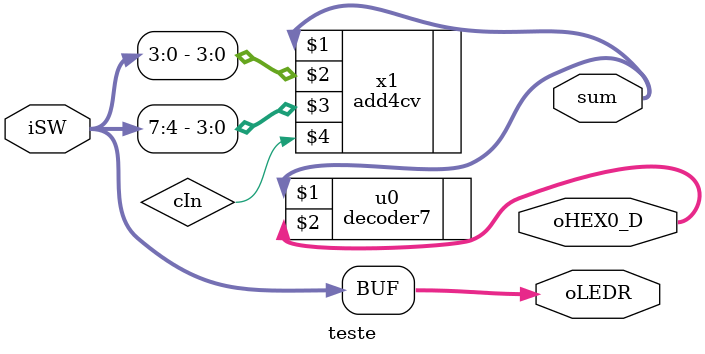
<source format=v>
/* teste.v */

/****************************************
*    UnB - OAC - Prof. Marcus Lamar      *
*    Laboratório 1  Parte B  - DE-2 70   *
*    Exemplo 1                           *
*************************************** */

// Este exemplo visa apresentar as facilidades de IO
// da plataforma de desenvolvimento Altera - DE2 70


module teste (
	//input iCLK_50,
	input [7:0] iSW, 
	//input [3:0] iKEY,
	output [7:0] oLEDR, 
	//output [8:0] oLEDG,
	//output [6:0] oHEX0_D, oHEX1_D, oHEX2_D, oHEX3_D,
	//output oHEX0_DP, oHEX1_DP, oHEX2_DP, oHEX3_DP );
	output [6:0] oHEX0_D ,
	output [3:0] sum 
	);
	wire cIn;

	assign oLEDR = iSW;
	//assign oLEDG[0] = iKEY[0];
	//assign oLEDG[1] = ~iKEY[0];
	//assign oLEDG[2] = iKEY[1];
	//assign oLEDG[3] = ~iKEY[1];
	//assign oLEDG[4] = iKEY[2];
	//assign oLEDG[5] = ~iKEY[2];

	//assign oHEX0_DP=1'b1;
	//assign oHEX1_DP=1'b1;
	//assign oHEX2_DP=1'b1;
	//assign oHEX3_DP=1'b1;

	//xor x1 (oLEDG[6],iSW[17],iSW[16]); // Exemplo de uso de porta lógica
	//assign oLEDG[7]=iSW[17]^iSW[16];
	add4cv x1 (sum[3:0], iSW[3:0], iSW[7:4], cIn);	
	//decoder7 u0 (.In(iSW[3:0]),  .Out(oHEX0_D), .Clk(iCLK_50));
	//decoder7 u1 (.In(iSW[7:4]),  .Out(oHEX1_D), .Clk(iCLK_50));
	//decoder7 u2 (.In(iSW[11:8]), .Out(oHEX2_D), .Clk(iCLK_50));
	//decoder7 u3 (.In(iSW[15:12]),.Out(oHEX3_D), .Clk(iCLK_50));
	decoder7 u0 (sum[3:0], oHEX0_D[6:0]);
endmodule

</source>
